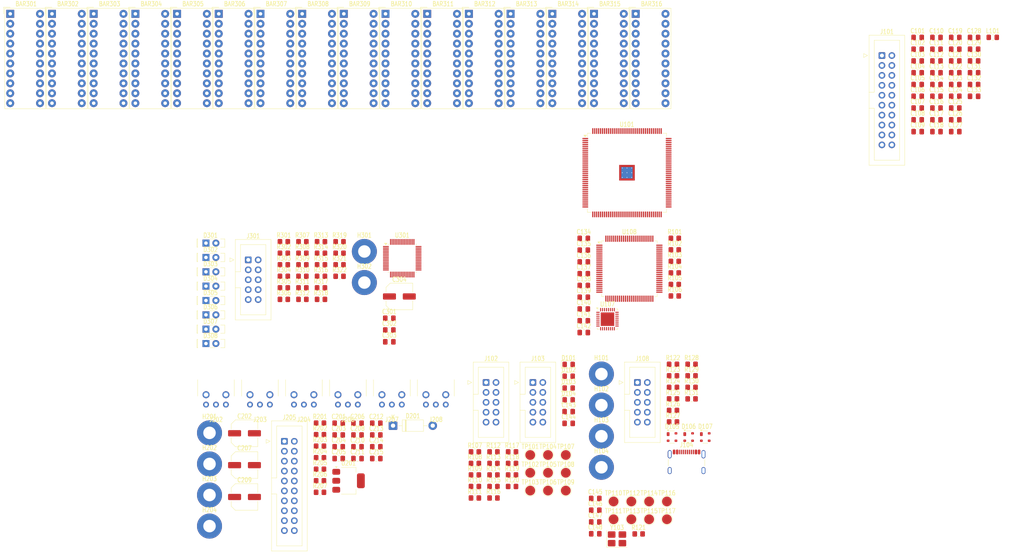
<source format=kicad_pcb>
(kicad_pcb (version 20241229) (generator "pcbnew") (generator_version "9.0")
  (layers (0 "F.Cu" signal) (2 "B.Cu" signal) (13 "F.Paste" user) (15 "B.Paste" user) (5 "F.SilkS" user "F.Silkscreen") (7 "B.SilkS" user "B.Silkscreen") (1 "F.Mask" user) (3 "B.Mask" user) (25 "Edge.Cuts" user))
  (net 0 "")
  (net 1 "/Display board/COM0")
  (net 2 "/Display board/LED6")
  (net 3 "/Display board/LED9")
  (net 4 "/Display board/LED1")
  (net 5 "/Display board/LED0")
  (net 6 "/Display board/LED5")
  (net 7 "/Display board/LED7")
  (net 8 "/Display board/LED8")
  (net 9 "/Display board/LED2")
  (net 10 "/Display board/LED4")
  (net 11 "/Display board/LED3")
  (net 12 "/Display board/COM1")
  (net 13 "/Display board/COM2")
  (net 14 "/Display board/COM3")
  (net 15 "/Display board/COM4")
  (net 16 "/Display board/COM5")
  (net 17 "/Display board/COM6")
  (net 18 "/Display board/COM7")
  (net 19 "/Display board/LED14")
  (net 20 "/Display board/LED15")
  (net 21 "/Display board/LED13")
  (net 22 "/Display board/LED16")
  (net 23 "/Display board/LED19")
  (net 24 "/Display board/LED11")
  (net 25 "/Display board/LED18")
  (net 26 "/Display board/LED17")
  (net 27 "/Display board/LED10")
  (net 28 "/Display board/LED12")
  (net 29 "+3.3V")
  (net 30 "GND")
  (net 31 "Net-(U101A-VCCA1)")
  (net 32 "MCU_RESET")
  (net 33 "Net-(C139-Pad1)")
  (net 34 "Net-(U107-VDDA1.8)")
  (net 35 "Net-(U108-VCAP_1)")
  (net 36 "Net-(U108-VCAP_2)")
  (net 37 "MCU_XTAL2")
  (net 38 "MCU_XTAL1")
  (net 39 "/FPGA and clock generators/CLK_48000")
  (net 40 "Net-(C147-Pad1)")
  (net 41 "Net-(C148-Pad1)")
  (net 42 "+5V_IO")
  (net 43 "/IO board/SMPS_FEEDBACK")
  (net 44 "GND_IO")
  (net 45 "+12V_IO")
  (net 46 "Net-(U202-SW)")
  (net 47 "Net-(U202-BST)")
  (net 48 "+3.3V_IO")
  (net 49 "Net-(C301-Pad1)")
  (net 50 "DISPLAY_GND")
  (net 51 "Net-(D101-A)")
  (net 52 "Net-(D102-A)")
  (net 53 "Net-(D103-A)")
  (net 54 "Net-(D104-A)")
  (net 55 "USB_D+")
  (net 56 "USB_VBUS")
  (net 57 "USB_D-")
  (net 58 "/IO main/WORD_CLK_2_75_OHM")
  (net 59 "/IO main/WORD_CLK_1_75_OHM")
  (net 60 "+5V")
  (net 61 "/IO main/WORD_CLK_4_75_OHM")
  (net 62 "/IO main/WORD_CLK_3_75_OHM")
  (net 63 "Net-(D201-A)")
  (net 64 "/Display board/LED20")
  (net 65 "/Display board/LED21")
  (net 66 "ADAT_IN2")
  (net 67 "ADAT_OUT2")
  (net 68 "ADAT_THRU2")
  (net 69 "ADAT_THRU1")
  (net 70 "ADAT_IN1")
  (net 71 "+12V")
  (net 72 "ADAT_OUT1")
  (net 74 "I2C_SCL")
  (net 75 "I2C_SDA")
  (net 77 "SW_LOOPBACK")
  (net 78 "SW_SAMPLERATE")
  (net 79 "Net-(J104-CC2)")
  (net 80 "Net-(J104-CC1)")
  (net 83 "FPGA_TMS")
  (net 84 "FPGA_TCK")
  (net 85 "FPGA_TDI")
  (net 87 "FPGA_TDO")
  (net 88 "/IO board/IO_ADAT_IN1")
  (net 89 "Net-(J202-VCC)")
  (net 90 "/IO board/IO_ADAT_OUT1")
  (net 91 "/IO board/IO_ADAT_THRU1")
  (net 92 "Net-(J206-VCC)")
  (net 93 "/IO board/IO_ADAT_IN2")
  (net 94 "/IO board/IO_ADAT_OUT2")
  (net 95 "/IO board/IO_ADAT_THRU2")
  (net 96 "Net-(J301-SDA)")
  (net 97 "Net-(J301-A1)")
  (net 98 "Net-(J301-A0)")
  (net 99 "/Display board/SW_LB")
  (net 100 "Net-(J301-SCL)")
  (net 101 "/Display board/SW_SR")
  (net 102 "Net-(U107-VBUS)")
  (net 103 "Net-(U107-RBIAS)")
  (net 104 "I2S_CH1-8_MISO")
  (net 105 "Net-(U108-PB14)")
  (net 106 "Net-(U108-PB15)")
  (net 107 "I2S_CH1-8_MOSI")
  (net 108 "I2S_CH9-16_MISO")
  (net 109 "Net-(U108-PC11)")
  (net 110 "I2S_CH9-16_MOSI")
  (net 111 "Net-(U108-PC12)")
  (net 112 "Net-(U101B-nCONFIG)")
  (net 113 "FPGA_CONF_DONE")
  (net 114 "FPGA_STATUS")
  (net 115 "Net-(U101B-CONFIG_SEL)")
  (net 116 "FPGA_JTAGEN")
  (net 117 "MCU_DEBUG0")
  (net 118 "MCU_DEBUG1")
  (net 119 "MCU_DEBUG2")
  (net 120 "MCU_DEBUG3")
  (net 121 "Net-(R122-Pad1)")
  (net 122 "Net-(R125-Pad1)")
  (net 123 "Net-(R126-Pad1)")
  (net 124 "Net-(R127-Pad1)")
  (net 125 "Net-(R128-Pad1)")
  (net 126 "Net-(R129-Pad1)")
  (net 127 "Net-(R130-Pad1)")
  (net 128 "Net-(R131-Pad1)")
  (net 129 "Net-(U202-EN)")
  (net 130 "Net-(U301-ROW0)")
  (net 131 "Net-(U301-ROW1)")
  (net 132 "Net-(U301-ROW2)")
  (net 133 "Net-(U301-ROW3)")
  (net 134 "Net-(U301-ROW4)")
  (net 135 "Net-(U301-ROW5)")
  (net 136 "Net-(U301-ROW6)")
  (net 137 "Net-(U301-ROW7)")
  (net 138 "Net-(U301-ROW8)")
  (net 139 "Net-(U301-ROW9)")
  (net 140 "Net-(U301-ROW10)")
  (net 141 "Net-(U301-ROW11)")
  (net 142 "Net-(U301-ROW12)")
  (net 143 "Net-(U301-ROW13)")
  (net 144 "Net-(U301-ROW14)")
  (net 145 "Net-(U301-ROW15)")
  (net 146 "Net-(U301-ROW16)")
  (net 147 "Net-(U301-ROW17)")
  (net 148 "Net-(U301-ROW18)")
  (net 149 "Net-(U301-ROW19)")
  (net 150 "Net-(U301-ROW20)")
  (net 151 "Net-(U301-ROW21)")
  (net 152 "GPIO_MCU_READY")
  (net 153 "GPIO_F_{s}_SEL")
  (net 154 "GPIO_PLL_LOCKED")
  (net 155 "GPIO_I2S_RESYNC_REQ")
  (net 156 "GPIO_I2S_RUNNING")
  (net 157 "GPIO_ADAT1_LOCKED")
  (net 158 "GPIO_ADAT2_LOCKED")
  (net 159 "/FPGA and clock generators/DEBUG0")
  (net 160 "/FPGA and clock generators/DEBUG1")
  (net 161 "/FPGA and clock generators/DEBUG2")
  (net 162 "/FPGA and clock generators/DEBUG3")
  (net 163 "/FPGA and clock generators/DEBUG4")
  (net 164 "/FPGA and clock generators/DEBUG5")
  (net 165 "/FPGA and clock generators/DEBUG6")
  (net 166 "/FPGA and clock generators/DEBUG7")
  (net 167 "ADAT_IN2_USER2")
  (net 169 "I2S_CH9-16_LRCLK")
  (net 170 "ADAT_OUT2_USER3")
  (net 176 "I2S_CH1-8_LRCLK")
  (net 177 "ADAT_OUT1_USER2")
  (net 178 "ADAT_IN1_USER1")
  (net 180 "ADAT_IN2_USER0")
  (net 183 "/FPGA and clock generators/CLK_44100")
  (net 184 "ADAT_IN1_USER0")
  (net 185 "ADAT_OUT1_USER0")
  (net 189 "ADAT_IN2_USER1")
  (net 190 "ADAT_OUT2_USER0")
  (net 192 "WORD_CLK")
  (net 195 "ADAT_IN2_USER3")
  (net 200 "GPIO_LOOPBACK")
  (net 203 "ADAT_OUT1_USER3")
  (net 204 "I2S_CH9-16_BCLK")
  (net 211 "ADAT_IN1_USER3")
  (net 213 "ADAT_OUT2_USER1")
  (net 216 "ADAT_OUT1_USER1")
  (net 217 "I2S_CH1-8_BCLK")
  (net 221 "I2S_MCLK")
  (net 222 "ADAT_OUT2_USER2")
  (net 229 "ADAT_IN1_USER2")
  (net 232 "/MCU and USB/ULPI_DIR")
  (net 233 "/MCU and USB/ULPI_D2")
  (net 234 "/MCU and USB/ULPI_D6")
  (net 235 "/MCU and USB/ULPI_D5")
  (net 236 "/MCU and USB/ULPI_D0")
  (net 237 "/MCU and USB/ULPI_STP")
  (net 240 "/MCU and USB/ULPI_D7")
  (net 241 "/MCU and USB/ULPI_D1")
  (net 242 "/MCU and USB/ULPI_CLK")
  (net 243 "/MCU and USB/ULPI_NXT")
  (net 245 "/MCU and USB/MCO1")
  (net 246 "/MCU and USB/ULPI_D3")
  (net 247 "/MCU and USB/ULPI_D4")
  (net 253 "SWD_SWO")
  (net 258 "SWD_SWCLK")
  (net 269 "SWD_SWDIO")
  (footprint "Capacitor_SMD:C_0805_2012Metric_Pad1.18x1.45mm_HandSolder" (layer "F.Cu") (at 253.731 38.916)
    (property "Reference" "C114")
    (property "Value" "100n")
  )
  (footprint "Resistor_SMD:R_0805_2012Metric_Pad1.20x1.40mm_HandSolder" (layer "F.Cu") (at 96.27 79.123)
    (property "Reference" "R313")
    (property "Value" "270")
  )
  (footprint "Resistor_SMD:R_0805_2012Metric_Pad1.20x1.40mm_HandSolder" (layer "F.Cu") (at 140.4 144.693)
    (property "Reference" "R116")
    (property "Value" "10k")
  )
  (footprint "Resistor_SMD:R_0805_2012Metric_Pad1.20x1.40mm_HandSolder" (layer "F.Cu") (at 96.27 87.973)
    (property "Reference" "R316")
    (property "Value" "270")
  )
  (footprint "Display:HDSP-4832" (layer "F.Cu") (at 102.108 20.828)
    (property "Reference" "BAR309")
    (property "Value" "HDSP-4832_2")
  )
  (footprint "MountingHole:MountingHole_3.2mm_M3_Pad" (layer "F.Cu") (at 107.37 89.573)
    (property "Reference" "H302")
    (property "Value" "M3")
  )
  (footprint "Resistor_SMD:R_0805_2012Metric_Pad1.20x1.40mm_HandSolder" (layer "F.Cu") (at 140.4 138.793)
    (property "Reference" "R114")
    (property "Value" "5.1k")
  )
  (footprint "adatv2:PLx237" (layer "F.Cu") (at 125.65 116.533)
    (property "Reference" "J208")
    (property "Value" "PLT237")
  )
  (footprint "Capacitor_SMD:C_0805_2012Metric_Pad1.18x1.45mm_HandSolder" (layer "F.Cu") (at 248.921 50.956)
    (property "Reference" "C109")
    (property "Value" "100n")
  )
  (footprint "Resistor_SMD:R_0805_2012Metric_Pad1.20x1.40mm_HandSolder" (layer "F.Cu") (at 177.54 153.883)
    (property "Reference" "R121")
    (property "Value" "1M")
  )
  (footprint "Capacitor_SMD:C_0805_2012Metric_Pad1.18x1.45mm_HandSolder" (layer "F.Cu") (at 159.63 122.593)
    (property "Reference" "C143")
    (property "Value" "C_{load}")
  )
  (footprint "Capacitor_SMD:C_0805_2012Metric_Pad1.18x1.45mm_HandSolder" (layer "F.Cu") (at 248.921 29.886)
    (property "Reference" "C102")
    (property "Value" "100n")
  )
  (footprint "Capacitor_SMD:C_0805_2012Metric_Pad1.18x1.45mm_HandSolder" (layer "F.Cu") (at 263.351 35.906)
    (property "Reference" "C131")
    (property "Value" "100n")
  )
  (footprint "Package_TO_SOT_SMD:SOT-223-3_TabPin2" (layer "F.Cu") (at 103.32 140.288)
    (property "Reference" "U201")
    (property "Value" "AMS1117-3.3")
  )
  (footprint "Capacitor_SMD:C_0805_2012Metric_Pad1.18x1.45mm_HandSolder" (layer "F.Cu") (at 253.731 47.946)
    (property "Reference" "C117")
    (property "Value" "100n")
  )
  (footprint "Resistor_SMD:R_0805_2012Metric_Pad1.20x1.40mm_HandSolder" (layer "F.Cu") (at 86.77 93.873)
    (property "Reference" "R306")
    (property "Value" "270")
  )
  (footprint "Resistor_SMD:R_0805_2012Metric_Pad1.20x1.40mm_HandSolder" (layer "F.Cu") (at 91.52 87.973)
    (property "Reference" "R310")
    (property "Value" "270")
  )
  (footprint "Resistor_SMD:R_0805_2012Metric_Pad1.20x1.40mm_HandSolder" (layer "F.Cu") (at 140.4 132.893)
    (property "Reference" "R112")
    (property "Value" "10k")
  )
  (footprint "TestPoint:TestPoint_Pad_D2.5mm" (layer "F.Cu") (at 175.67 150.133)
    (property "Reference" "TP113")
    (property "Value" "DEBUG3")
  )
  (footprint "Resistor_SMD:R_0805_2012Metric_Pad1.20x1.40mm_HandSolder" (layer "F.Cu") (at 140.4 141.743)
    (property "Reference" "R115")
    (property "Value" "5.1k")
  )
  (footprint "Connector_IDC:IDC-Header_2x05_P2.54mm_Vertical" (layer "F.Cu") (at 150.48 115.133)
    (property "Reference" "J103")
    (property "Value" "TO_DISP_OUTPUT")
  )
  (footprint "Display:HDSP-4832" (layer "F.Cu") (at 123.444 20.828)
    (property "Reference" "BAR311")
    (property "Value" "HDSP-4832_2")
  )
  (footprint "Capacitor_SMD:C_0805_2012Metric_Pad1.18x1.45mm_HandSolder" (layer "F.Cu") (at 253.731 50.956)
    (property "Reference" "C118")
    (property "Value" "100n")
  )
  (footprint "Connector_IDC:IDC-Header_2x10_P2.54mm_Vertical" (layer "F.Cu") (at 239.776 31.496)
    (property "Reference" "J101")
    (property "Value" "TO_IO")
  )
  (footprint "adatv2:PLx237" (layer "F.Cu") (at 69.4 116.533)
    (property "Reference" "J202")
    (property "Value" "PLR237")
  )
  (footprint "Connector_IDC:IDC-Header_2x05_P2.54mm_Vertical" (layer "F.Cu") (at 138.505 115.133)
    (property "Reference" "J102")
    (property "Value" "TO_DISP_INPUT")
  )
  (footprint "Resistor_SMD:R_0805_2012Metric_Pad1.20x1.40mm_HandSolder" (layer "F.Cu") (at 91.52 85.023)
    (property "Reference" "R309")
    (property "Value" "270")
  )
  (footprint "LED_SMD:LED_0805_2012Metric_Pad1.15x1.40mm_HandSolder" (layer "F.Cu") (at 159.635 113.538)
    (property "Reference" "D102")
    (property "Value" "RED")
  )
  (footprint "Display:HDSP-4832" (layer "F.Cu") (at 16.764 20.828)
    (property "Reference" "BAR301")
    (property "Value" "HDSP-4832_2")
  )
  (footprint "TestPoint:TestPoint_Pad_D2.5mm" (layer "F.Cu") (at 184.77 145.583)
    (property "Reference" "TP116")
    (property "Value" "DEBUG6")
  )
  (footprint "Display:HDSP-4832" (layer "F.Cu") (at 70.119 20.828)
    (property "Reference" "BAR306")
    (property "Value" "HDSP-4832_2")
  )
  (footprint "Capacitor_SMD:C_0805_2012Metric_Pad1.18x1.45mm_HandSolder" (layer "F.Cu") (at 263.351 32.896)
    (property "Reference" "C130")
    (property "Value" "100n")
  )
  (footprint "Capacitor_SMD:C_0805_2012Metric_Pad1.18x1.45mm_HandSolder" (layer "F.Cu") (at 263.351 26.876)
    (property "Reference" "C128")
    (property "Value" "10u")
  )
  (footprint "Capacitor_SMD:C_0805_2012Metric_Pad1.18x1.45mm_HandSolder" (layer "F.Cu") (at 253.731 41.926)
    (property "Reference" "C115")
    (property "Value" "100n")
  )
  (footprint "Capacitor_SMD:C_0805_2012Metric_Pad1.18x1.45mm_HandSolder" (layer "F.Cu") (at 163.5 78.283)
    (property "Reference" "C134")
    (property "Value" "100n")
  )
  (footprint "Resistor_SMD:R_0805_2012Metric_Pad1.20x1.40mm_HandSolder" (layer "F.Cu") (at 96.02 140.283)
    (property "Reference" "R206")
    (property "Value" "10k")
  )
  (footprint "Resistor_SMD:R_0805_2012Metric_Pad1.20x1.40mm_HandSolder" (layer "F.Cu") (at 135.65 135.843)
    (property "Reference" "R108")
    (property "Value" "10k")
  )
  (footprint "Resistor_SMD:R_0805_2012Metric_Pad1.20x1.40mm_HandSolder" (layer "F.Cu") (at 191.08 116.383)
    (property "Reference" "R130")
    (property "Value" "150")
  )
  (footprint "Resistor_SMD:R_0805_2012Metric_Pad1.20x1.40mm_HandSolder" (layer "F.Cu") (at 186.79 78.253)
    (property "Reference" "R101")
    (property "Value" "1k")
  )
  (footprint "Capacitor_SMD:C_0805_2012Metric_Pad1.18x1.45mm_HandSolder" (layer "F.Cu") (at 163.5 84.303)
    (property "Reference" "C136")
    (property "Value" "100n")
  )
  (footprint "Capacitor_SMD:C_0805_2012Metric_Pad1.18x1.45mm_HandSolder" (layer "F.Cu") (at 100.8 125.563)
    (property "Reference" "C201")
    (property "Value" "10p")
  )
  (footprint "Connector_IDC:IDC-Header_2x10_P2.54mm_Vertical" (layer "F.Cu") (at 86.905 130.183)
    (property "Reference" "J205")
    (property "Value" "TO_MAIN")
  )
  (footprint "Capacitor_SMD:C_0805_2012Metric_Pad1.18x1.45mm_HandSolder" (layer "F.Cu") (at 105.61 128.573)
    (property "Reference" "C208")
    (property "Value" "10u")
  )
  (footprint "Resistor_SMD:R_0805_2012Metric_Pad1.20x1.40mm_HandSolder" (layer "F.Cu") (at 135.65 141.743)
    (property "Reference" "R110")
    (property "Value" "10k")
  )
  (footprint "TestPoint:TestPoint_Pad_D2.5mm" (layer "F.Cu") (at 158.9 138.243)
    (property "Reference" "TP108")
    (property "Value" "GPIO_ADAT1_LOCKED")
  )
  (footprint "Resistor_SMD:R_0805_2012Metric_Pad1.20x1.40mm_HandSolder" (layer "F.Cu") (at 91.52 79.123)
    (property "Reference" "R307")
    (property "Value" "270")
  )
  (footprint "Resistor_SMD:R_0805_2012Metric_Pad1.20x1.40mm_HandSolder" (layer "F.Cu") (at 96.27 90.923)
    (property "Reference" "R317")
    (property "Value" "270")
  )
  (footprint "TestPoint:TestPoint_Pad_D2.5mm" (layer "F.Cu") (at 180.22 145.583)
    (property "Reference" "TP114")
    (property "Value" "DEBUG4")
  )
  (footprint "Capacitor_SMD:C_0805_2012Metric_Pad1.18x1.45mm_HandSolder" (layer "F.Cu") (at 253.731 44.936)
    (property "Reference" "C116")
    (property "Value" "4.7u")
  )
  (footprint "adatv2:LED_THT_W7.0mm_H2.00mm" (layer "F.Cu") (at 68 105.183)
    (property "Reference" "D308")
    (property "Value" "GREEN")
  )
  (footprint "Resistor_SMD:R_0805_2012Metric_Pad1.20x1.40mm_HandSolder" (layer "F.Cu") (at 86.77 79.123)
    (property "Reference" "R301")
    (property "Value" "330")
  )
  (footprint "Package_QFP:LQFP-100_14x14mm_P0.5mm" (layer "F.Cu") (at 175.16 86.033)
    (property "Reference" "U108")
    (property "Value" "STM32F427VGTx")
  )
  (footprint "LED_SMD:LED_0805_2012Metric_Pad1.15x1.40mm_HandSolder" (layer "F.Cu") (at 159.635 110.518)
    (property "Reference" "D101")
    (property "Value" "RED")
  )
  (footprint "Package_TO_SOT_SMD:SOT-143" (layer "F.Cu") (at 190.33 129.098)
    (property "Reference" "D106")
    (property "Value" "PRTR5V0U2X")
  )
  (footprint "Resistor_SMD:R_0805_2012Metric_Pad1.20x1.40mm_HandSolder" (layer "F.Cu") (at 135.65 138.793)
    (property "Reference" "R109")
    (property "Value" "10k")
  )
  (footprint "Resistor_SMD:R_0805_2012Metric_Pad1.20x1.40mm_HandSolder" (layer "F.Cu") (at 186.33 125.233)
    (property "Reference" "R127")
    (property "Value" "150")
  )
  (footprint "Resistor_SMD:R_0805_2012Metric_Pad1.20x1.40mm_HandSolder" (layer "F.Cu") (at 186.33 122.283)
    (property "Reference" "R126")
    (property "Value" "150")
  )
  (footprint "Capacitor_SMD:C_0805_2012Metric_Pad1.18x1.45mm_HandSolder" (layer "F.Cu") (at 163.5 87.313)
    (property "Reference" "C137")
    (property "Value" "100n")
  )
  (footprint "Resistor_SMD:R_0805_2012Metric_Pad1.20x1.40mm_HandSolder" (layer "F.Cu") (at 186.79 84.153)
    (property "Reference" "R103")
    (property "Value" "1k")
  )
  (footprint "MountingHole:MountingHole_3.2mm_M3_Pad" (layer "F.Cu") (at 67.75 151.883)
    (property "Reference" "H204")
    (property "Value" "M3")
  )
  (footprint "LED_SMD:LED_0805_2012Metric_Pad1.15x1.40mm_HandSolder" (layer "F.Cu") (at 159.635 119.578)
    (property "Reference" "D104")
    (property "Value" "RED")
  )
  (footprint "TestPoint:TestPoint_Pad_D2.5mm" (layer "F.Cu") (at 158.9 142.793)
    (property "Reference" "TP109")
    (property "Value" "GPIO_ADAT2_LOCKED")
  )
  (footprint "MountingHole:MountingHole_3.2mm_M3_Pad" (layer "F.Cu") (at 168.01 128.883)
    (property "Reference" "H103")
    (property "Value" "M3")
  )
  (footprint "Display:HDSP-4832" (layer "F.Cu") (at 48.783 20.828)
    (property "Reference" "BAR304")
    (property "Value" "HDSP-4832_2")
  )
  (footprint "Capacitor_SMD:C_0805_2012Metric_Pad1.18x1.45mm_HandSolder" (layer "F.Cu") (at 105.61 134.593)
    (property "Reference" "C211")
    (property "Value" "100n")
  )
  (footprint "Display:HDSP-4832" (layer "F.Cu") (at 38.115 20.828)
    (property "Reference" "BAR303")
    (property "Value" "HDSP-4832_2")
  )
  (footprint "Display:HDSP-4832" (layer "F.Cu") (at 134.112 20.828)
    (property "Reference" "BAR312")
    (property "Value" "HDSP-4832_2")
  )
  (footprint "MountingHole:MountingHole_3.2mm_M3_Pad" (layer "F.Cu") (at 107.37 81.623)
    (property "Reference" "H301")
    (property "Value" "M3")
  )
  (footprint "Resistor_SMD:R_0805_2012Metric_Pad1.20x1.40mm_HandSolder" (layer "F.Cu") (at 186.33 116.383)
    (property "Reference" "R124")
    (property "Value" "5.1k")
  )
  (footprint "Resistor_SMD:R_0805_2012Metric_Pad1.20x1.40mm_HandSolder" (layer "F.Cu") (at 91.52 82.073)
    (property "Reference" "R308")
    (property "Value" "270")
  )
  (footprint "adatv2:LED_THT_W7.0mm_H2.00mm" (layer "F.Cu") (at 68 94.173)
    (property "Reference" "D305")
    (property "Value" "GREEN")
  )
  (footprint "Capacitor_SMD:C_0805_2012Metric_Pad1.18x1.45mm_HandSolder" (layer "F.Cu") (at 163.5 81.293)
    (property "Reference" "C135")
    (property "Value" "100n")
  )
  (footprint "MountingHole:MountingHole_3.2mm_M3_Pad" (layer "F.Cu") (at 67.75 128.033)
    (property "Reference" "H201")
    (property "Value" "M3")
  )
  (footprint "Capacitor_SMD:C_0805_2012Metric_Pad1.18x1.45mm_HandSolder" (layer "F.Cu") (at 163.5 93.333)
    (property "Reference" "C139")
    (property "Value" "4.7u")
  )
  (footprint "Connector_IDC:IDC-Header_2x05_P2.54mm_Vertical" (layer "F.Cu") (at 177.215 115.133)
    (property "Reference" "J108")
    (property "Value" "FPGA_JTAG")
  )
  (footprint "Resistor_SMD:R_0805_2012Metric_Pad1.20x1.40mm_HandSolder" (layer "F.Cu") (at 86.77 82.073)
    (property "Reference" "R302")
    (property "Value" "330")
  )
  (footprint "Capacitor_SMD:C_0805_2012Metric_Pad1.18x1.45mm_HandSolder" (layer "F.Cu") (at 110.42 131.583)
    (property "Reference" "C214")
    (property "Value" "100n")
  )
  (footprint "Resistor_SMD:R_0805_2012Metric_Pad1.20x1.40mm_HandSolder" (layer "F.Cu") (at 145.15 132.893)
    (property "Reference" "R117")
    (property "Value" "1k")
  )
  (footprint "Capacitor_SMD:C_0805_2012Metric_Pad1.18x1.45mm_HandSolder" (layer "F.Cu") (at 253.731 29.886)
    (property "Reference" "C111")
    (property "Value" "100n")
  )
  (footprint "Resistor_SMD:R_0805_2012Metric_Pad1.20x1.40mm_HandSolder" (layer "F.Cu") (at 186.33 113.433)
    (property "Reference" "R123")
    (property "Value" "5.1k")
  )
  (footprint "Resistor_SMD:R_0805_2012Metric_Pad1.20x1.40mm_HandSolder" (layer "F.Cu") (at 96.27 85.023)
    (property "Reference" "R315")
    (property "Value" "270")
  )
  (footprint "Resistor_SMD:R_0805_2012Metric_Pad1.20x1.40mm_HandSolder" (layer "F.Cu") (at 135.65 144.693)
    (property "Reference" "R111")
    (property "Value" "10k")
  )
  (footprint "Capacitor_SMD:C_0805_2012Metric_Pad1.18x1.45mm_HandSolder" (layer "F.Cu") (at 258.541 38.916)
    (property "Reference" "C123")
    (property "Value" "100n")
  )
  (footprint "Package_DFN_QFN:QFN-32-1EP_5x5mm_P0.5mm_EP3.45x3.45mm" (layer "F.Cu") (at 169.56 98.943)
    (property "Reference" "U107")
    (property "Value" "USB3300-EZK")
  )
  (footprint "MountingHole:MountingHole_3.2mm_M3_Pad" (layer "F.Cu") (at 67.75 135.983)
    (property "Reference" "H202")
    (property "Value" "M3")
  )
  (footprint "Resistor_SMD:R_0805_2012Metric_Pad1.20x1.40mm_HandSolder" (layer "F.Cu") (at 96.02 125.533)
    (property "Reference" "R201")
    (property "Value" "100k")
  )
  (footprint "Capacitor_SMD:C_0805_2012Metric_Pad1.18x1.45mm_HandSolder" (layer "F.Cu") (at 163.5 102.363)
    (property "Reference" "C142")
    (property "Value" "2.2u")
  )
  (footprint "Resistor_SMD:R_0805_2012Metric_Pad1.20x1.40mm_HandSolder" (layer "F.Cu") (at 96.02 131.433)
    (property "Reference" "R203")
    (property "Value" "1.5k")
  )
  (footprint "Capacitor_SMD:C_0805_2012Metric_Pad1.18x1.45mm_HandSolder" (layer "F.Cu") (at 248.921 35.906)
    (property "Reference" "C104")
    (property "Value" "100n")
  )
  (footprint "Resistor_SMD:R_0805_2012Metric_Pad1.20x1.40mm_HandSolder" (layer "F.Cu") (at 191.08 119.333)
    (property "Reference" "R131")
    (property "Value" "150")
  )
  (footprint "Display:HDSP-4832" (layer "F.Cu") (at 27.447 20.828)
    (property "Reference" "BAR302")
    (property "Value" "HDSP-4832_2")
  )
  (footprint "Capacitor_SMD:C_0805_2012Metric_Pad1.18x1.45mm_HandSolder" (layer "F.Cu") (at 258.541 50.956)
    (property "Reference" "C127")
    (property "Value" "1u")
  )
  (footprint "Resistor_SMD:R_0805_2012Metric_Pad1.20x1.40mm_HandSolder" (layer "F.Cu") (at 140.4 135.843)
    (property "Reference" "R113")
    (property "Value" "10k")
  )
  (footprint "adatv2:PLx237" (layer "F.Cu") (at 91.9 116.533)
    (property "Reference" "J204")
    (property "Value" "PLT237")
  )
  (footprint "Resistor_SMD:R_0805_2012Metric_Pad1.20x1.40mm_HandSolder" (layer "F.Cu") (at 96.02 128.483)
    (property "Reference" "R202")
    (property "Value" "11k")
  )
  (footprint "adatv2:PLx237" (layer "F.Cu") (at 80.65 116.533)
    (property "Reference" "J203")
    (property "Value" "PLT237")
  )
  (footprint "adatv2:LED_THT_W7.0mm_H2.00mm" (layer "F.Cu") (at 68 86.833)
    (property "Reference" "D303")
    (property "Value" "GREEN")
  )
  (footprint "TestPoint:TestPoint_Pad_D2.5mm" (layer "F.Cu") (at 158.9 133.693)
    (property "Reference" "TP107")
    (property "Value" "GPIO_I2S_RUNNING")
  )
  (footprint "Capacitor_SMD:C_Elec_6.3x5.4" (layer "F.Cu") (at 76.7 128.133)
    (property "Reference" "C202")
    (property "Value" "100u")
  )
  (footprint "TestPoint:TestPoint_Pad_D2.5mm" (layer "F.Cu") (at 171.12 145.583)
    (property "Reference" "TP110")
    (property "Value" "DEBUG0")
  )
  (footprint "Display:HDSP-4832" (layer "F.Cu") (at 155.448 20.828)
    (property "Reference" "BAR314")
    (property "Value" "HDSP-4832_2")
  )
  (footprint "adatv2:PLx237" (layer "F.Cu") (at 103.15 116.533)
    (property "Reference" "J206")
    (property "Value" "PLR237")
  )
  (footprint "Resistor_SMD:R_0805_2012Metric_Pad1.20x1.40mm_HandSolder" (layer "F.Cu") (at 186.33 110.483)
    (property "Reference" "R122")
    (property "Value" "150")
  )
  (footprint "Resistor_SMD:R_0805_2012Metric_Pad1.20x1.40mm_HandSolder" (layer "F.Cu") (at 191.08 113.433)
    (property "Reference" "R129")
    (property "Value" "150")
  )
  (footprint "Capacitor_SMD:C_0805_2012Metric_Pad1.18x1.45mm_HandSolder" (layer "F.Cu") (at 248.921 32.896)
    (property "Reference" "C103")
    (property "Value" "100n")
  )
  (footprint "Resistor_SMD:R_0805_2012Metric_Pad1.20x1.40mm_HandSolder" (layer "F.Cu") (at 101.02 82.073)
    (property "Reference" "R320")
    (property "Value" "270")
  )
  (footprint "Capacitor_SMD:C_0805_2012Metric_Pad1.18x1.45mm_HandSolder" (layer "F.Cu") (at 248.921 26.876)
    (property "Reference" "C101")
    (property "Value" "100n")
  )
  (footprint "Capacitor_SMD:C_0805_2012Metric_Pad1.18x1.45mm_HandSolder" (layer "F.Cu") (at 113.75 98.713)
    (property "Reference" "C301")
    (property "Value" "100n")
  )
  (footprint "Display:HDSP-4832" (layer "F.Cu") (at 144.78 20.828)
    (property "Reference" "BAR313")
    (property "Value" "HDSP-4832_2")
  )
  (footprint "Capacitor_SMD:C_0805_2012Metric_Pad1.18x1.45mm_HandSolder" (layer "F.Cu") (at 113.75 104.733)
    (property "Reference" "C303")
    (property "Value" "100n")
  )
  (footprint "Display:HDSP-4832" (layer "F.Cu") (at 80.787 20.828)
    (property "Reference" "BAR307")
    (property "Value" "HDSP-4832_2")
  )
  (footprint "Resistor_SMD:R_0805_2012Metric_Pad1.20x1.40mm_HandSolder" (layer "F.Cu") (at 96.02 143.233)
    (property "Reference" "R207")
    (property "Value" "10k")
  )
  (footprint "Capacitor_SMD:C_0805_2012Metric_Pad1.18x1.45mm_HandSolder" (layer "F.Cu") (at 110.42 125.563)
    (property "Reference" "C212")
    (property "Value" "100n")
  )
  (footprint "Capacitor_SMD:C_0805_2012Metric_Pad1.18x1.45mm_HandSolder" (layer "F.Cu") (at 248.921 41.926)
    (property "Reference" "C106")
    (property "Value" "100n")
  )
  (footprint "TestPoint:TestPoint_Pad_D2.5mm" (layer "F.Cu") (at 154.35 133.693)
    (property "Reference" "TP104")
    (property "Value" "GPIO_F_{s}_SEL")
  )
  (footprint "TestPoint:TestPoint_Pad_D2.5mm" (layer "F.Cu") (at 171.12 150.133)
    (property "Reference" "TP111")
    (property "Value" "DEBUG1")
  )
  (footprint "Capacitor_SMD:C_0805_2012Metric_Pad1.18x1.45mm_HandSolder" (layer "F.Cu") (at 163.5 99.353)
    (property "Reference" "C141")
    (property "Value" "2.2u")
  )
  (footprint "Package_QFP:EQFP-144-1EP_20x20mm_P0.5mm_EP4x4mm_ThermalVias" (layer "F.Cu") (at 174.55 61.4735)
    (property "Reference" "U101")
    (property "Value" "10M02SCE144")
  )
  (footprint "Resistor_SMD:R_0805_2012Metric_Pad1.20x1.40mm_HandSolder" (layer "F.Cu") (at 86.77 90.923)
    (property "Reference" "R305")
    (property "Value" "270")
  )
  (footprint "Resistor_SMD:R_0805_2012Metric_Pad1.20x1.40mm_HandSolder" (layer "F.Cu") (at 91.52 93.873)
    (property "Reference" "R312")
    (property "Value" "330")
  )
  (footprint "Capacitor_SMD:C_0805_2012Metric_Pad1.18x1.45mm_HandSolder" (layer "F.Cu") (at 166.44 144.813)
    (property "Reference" "C145")
    (property "Value" "100n")
  )
  (footprint "Connector_USB:USB_C_Receptacle_GCT_USB4105-xx-A_16P_TopMnt_Horizontal" (layer "F.Cu") (at 189.8 136.603)
    (property "Reference" "J104")
    (property "Value" "USB_C_Receptacle_USB2.0_14P")
  )
  (footprint "Resistor_SMD:R_0805_2012Metric_Pad1.20x1.40mm_HandSolder" (layer "F.Cu") (at 191.08 110.483)
    (property "Reference" "R128")
    (property "Value" "150")
  )
  (footprint "Capacitor_SMD:C_0805_2012Metric_Pad1.18x1.45mm_HandSolder" (layer "F.Cu") (at 258.541 35.906)
    (property "Reference" "C122")
    (property "Value" "100n")
  )
  (footprint "Capacitor_SMD:C_0805_2012Metric_Pad1.18x1.45mm_HandSolder" (layer "F.Cu") (at 253.731 26.876)
    (property "Reference" "C110")
    (property "Value" "100n")
  )
  (footprint "Resistor_SMD:R_0805_2012Metric_Pad1.20x1.40mm_HandSolder" (layer "F.Cu") (at 96.27 82.073)
    (property "Reference" "R314")
    (property "Value" "270")
  )
  (footprint "Resistor_SMD:R_0805_2012Metric_Pad1.20x1.40mm_HandSolder" (layer "F.Cu") (at 186.79 87.103)
    (property "Reference" "R104")
    (property "Value" "1k")
  )
  (footprint "Resistor_SMD:R_0805_2012Metric_Pad1.20x1.40mm_HandSolder" (layer "F.Cu") (at 96.02 137.333)
    (property "Reference" "R205")
    (property "Value" "10k")
  )
  (footprint "Resistor_SMD:R_0805_2012Metric_Pad1.20x1.40mm_HandSolder" (layer "F.Cu") (at 145.15 138.793)
    (property "Reference" "R119")
    (property "Value" "1k")
  )
  (footprint "Capacitor_SMD:C_0805_2012Metric_Pad1.18x1.45mm_HandSolder" (layer "F.Cu") (at 100.8 128.573)
    (property "Reference" "C203")
    (property "Value" "100n")
  )
  (footprint "Display:HDSP-4832" (layer "F.Cu") (at 91.455 20.828)
    (property "Reference" "BAR308")
    (property "Value" "HDSP-4832_2")
  )
  (footprint "Capacitor_SMD:C_0805_2012Metric_Pad1.18x1.45mm_HandSolder" (layer "F.Cu") (at 100.8 134.593)
    (property "Reference" "C205")
    (property "Value" "10u")
  )
  (footprint "adatv2:LED_THT_W7.0mm_H2.00mm" (layer "F.Cu") (at 68 83.163)
    (property "Reference" "D302")
    (property "Value" "GREEN")
  )
  (footprint "Resistor_SMD:R_0805_2012Metric_Pad1.20x1.40mm_HandSolder" (layer "F.Cu") (at 91.52 90.923)
    (property "Reference" "R311")
    (property "Value" "330")
  )
  (footprint "Resistor_SMD:R_0805_2012Metric_Pad1.20x1.40mm_HandSolder" (layer "F.Cu") (at 86.77 85.023)
    (property "Reference" "R303")
    (property "Value" "270")
  )
  (footprint "Resistor_SMD:R_0805_2012Metric_Pad1.20x1.40mm_HandSolder" (layer "F.Cu") (at 101.02 87.973)
    (property "Reference" "R322")
    (property "Value" "270")
  )
  (footprint "Oscillator:Oscillator_SMD_Abracon_ASE-4Pin_3.2x2.5mm_HandSoldering" (layer "F.Cu") (at 172.005 155.143)
    (property "Reference" "Y103")
    (property "Value" "ECS-TXO-3225MV-122.8-TR")
  )
  (footprint "Capacitor_SMD:C_0805_2012Metric_Pad1.18x1.45mm_HandSolder" (layer "F.Cu") (at 258.541 47.946)
    (property "Reference" "C126")
    (property "Value" "1u")
  )
  (footprint "Capacitor_SMD:C_0805_2012Metric_Pad1.18x1.45mm_HandSolder" (layer "F.Cu") (at 113.75 101.723)
    (property "Reference" "C302")
    (property "Value" "100n")
  )
  (footprint "Display:HDSP-4832" (layer "F.Cu") (at 112.776 20.828)
    (property "Reference" "BAR310")
    (property "Value" "HDSP-4832_2")
  )
  (footprint "Capacitor_SMD:C_0805_2012Metric_Pad1.18x1.45mm_HandSolder" (layer "F.Cu") (at 258.541 29.886)
    (property "Reference" "C120")
    (property "Value" "100n")
  )
  (footprint "Capacitor_SMD:C_Elec_6.3x5.4" (layer "F.Cu") (at 116.32 93.133)
    (property "Reference" "C304")
    (property "Value" "100u")
  )
  (footprint "MountingHole:MountingHole_3.2mm_M3_Pad" (layer "F.Cu") (at 168.01 120.933)
    (property "Reference" "H102")
    (property "Value" "M3")
  )
  (footprint "MountingHole:MountingHole_3.2mm_M3_Pad" (layer "F.Cu") (at 168.01 136.833)
    (property "Reference" "H104")
    (property "Value" "M3")
  )
  (footprint "MountingHole:MountingHole_3.2mm_M3_Pad" (layer "F.Cu") (at 168.01 112.983)
    (property "Reference" "H101")
    (property "Value" "M3")
  )
  (footprint "MountingHole:MountingHole_3.2mm_M3_Pad" (layer "F.Cu") (at 67.75 143.933)
    (property "Reference" "H203")
    (property "Value" "M3")
  )
  (footprint "Resistor_SMD:R_0805_2012Metric_Pad1.20x1.40mm_HandSolder" (layer "F.Cu") (at 186.33 119.333)
    (property "Reference" "R125")
    (property "Value" "150")
  )
  (footprint "Resistor_SMD:R_0805_2012Metric_Pad1.20x1.40mm_HandSolder" (layer "F.Cu") (at 101.02 85.023)
    (property "Reference" "R321")
    (property "Value" "330")
  )
  (footprint "LED_SMD:LED_0805_2012Metric_Pad1.15x1.40mm_HandSolder" (layer "F.Cu") (at 159.635 116.558)
    (property "Reference" "D103")
    (property "Value" "RED")
  )
  (footprint "Resistor_SMD:R_0805_2012Metric_Pad1.20x1.40mm_HandSolder" (layer "F.Cu") (at 135.65 132.893)
    (property "Reference" "R107")
    (property "Value" "10k")
  )
  (footprint "Capacitor_SMD:C_0805_2012Metric_Pad1.18x1.45mm_HandSolder" (layer "F.Cu") (at 248.921 38.916)
    (property "Reference" "C105")
    (property "Value" "100n")
  )
  (footprint "Capacitor_SMD:C_0805_2012Metric_Pad1.18x1.45mm_HandSolder" (layer "F.Cu") (at 263.351 41.926)
    (property "Reference" "C133")
    (property "Value" "100n")
  )
  (footprint "Capacitor_SMD:C_0805_2012Metric_Pad1.18x1.45mm_HandSolder" (layer "F.Cu") (at 258.541 41.926)
    (property "Reference" "C124")
    (property "Value" "100n")
  )
  (footprint "Resistor_SMD:R_0805_2012Metric_Pad1.20x1.40mm_HandSolder" (layer "F.Cu") (at 145.15 135.843)
    (property "Reference" "R118")
    (property "Value" "1k")
  )
  (footprint "TestPoint:TestPoint_Pad_D2.5mm" (layer "F.Cu") (at 154.35 138.243)
    (property "Reference" "TP105")
    (property "Value" "GPIO_PLL_LOCKED")
  )
  (footprint "Capacitor_SMD:C_0805_2012Metric_Pad1.18x1.45mm_HandSolder" (layer "F.Cu") (at 166.44 147.823)
    (property "Reference" "C146")
    (property "Value" "10p")
  )
  (footprint "Capacitor_SMD:C_Elec_6.3x5.4" (layer "F.Cu") (at 76.7 136.283)
    (property "Reference" "C207")
    (property "Value" "100u")
  )
  (footprint "Capacitor_SMD:C_0805_2012Metric_Pad1.18x1.45mm_HandSolder" (layer "F.Cu") (at 253.731 32.896)
    (property "Reference" "C112")
    (property "Value" "100n")
  )
  (footprint "Resistor_SMD:R_0805_2012Metric_Pad1.20x1.40mm_HandSolder" (layer "F.Cu") (at 186.79 90.053)
    (property "Reference" "R105")
    (property "Value" "1k")
  )
  (footprint "Capacitor_SMD:C_0805_2012Metric_Pad1.18x1.45mm_HandSolder" (layer "F.Cu") (at 105.61 125.563)
    (property "Reference" "C206")
    (property "Value" "10u")
  )
  (footprint "Capacitor_SMD:C_Elec_6.3x5.4" (layer "F.Cu") (at 76.7 144.433)
    (property "Reference" "C209")
    (property "Value" "100u")
  )
  (footprint "Capacitor_SMD:C_0805_2012Metric_Pad1.18x1.45mm_HandSolder" (layer "F.Cu") (at 110.42 128.573)
    (property "Reference" "C213")
    (property "Value" "100n")
  )
  (footprint "adatv2:LED_THT_W7.0mm_H2.00mm" (layer "F.Cu") (at 68 97.843)
    (property "Reference" "D306")
    (property "Value" "GREEN")
  )
  (footprint "Capacitor_SMD:C_0805_2012Metric_Pad1.18x1.45mm_HandSolder" (layer "F.Cu") (at 105.61 131.583)
    (property "Reference" "C210")
    (property "Value" "100n")
  )
  (footprint "Resistor_SMD:R_0805_2012Metric_Pad1.20x1.40mm_HandSolder" (layer "F.Cu") (at 86.77 87.973)
    (property "Reference" "R304")
    (property "Value" "270")
  )
  (footprint "Capacitor_SMD:C_0805_2012Metric_Pad1.18x1.45mm_HandSolder" (layer "F.Cu") (at 163.5 90.323)
    (property "Reference" "C138")
    (property "Value" "100n")
  )
  (footprint "adatv2:LED_THT_W7.0mm_H2.00mm" (layer "F.Cu") (at 68 90.503)
    (property "Reference" "D304")
    (property "Value" "GREEN")
  )
  (footprint "TestPoint:TestPoint_Pad_D2.5mm" (layer "F.Cu") (at 149.8 142.793)
    (property "Reference" "TP103")
    (property "Value" "GPIO_MCU_READY")
  )
  (footprint "TestPoint:TestPoint_Pad_D2.5mm" (layer "F.Cu") (at 184.77 150.133)
    (property "Reference" "TP117")
    (property "Value" "DEBUG7")
  )
  (footprint "Capacitor_SMD:C_0805_2012Metric_Pad1.18x1.45mm_HandSolder" (layer "F.Cu") (at 258.541 26.876)
    (property "Reference" "C119")
    (property "Value" "100n")
  )
  (footprint "Connector_IDC:IDC-Header_2x05_P2.54mm_Vertical" (layer "F.Cu") (at 77.655 83.773)
    (property "Reference" "J301")
    (property "Value" "TO_MAIN")
  )
  (footprint "Resistor_SMD:R_0805_2012Metric_Pad1.20x1.40mm_HandSolder" (layer "F.Cu") (at 96.02 134.383)
    (property "Reference" "R204")
    (property "Value" "10k")
  )
  (footprint "Capacitor_SMD:C_0805_2012Metric_Pad1.18x1.45mm_HandSolder" (layer "F.Cu") (at 253.731 35.906)
    (property "Reference" "C113")
    (property "Value" "100n")
  )
  (footprint "Resistor_SMD:R_0805_2012Metric_Pad1.20x1.40mm_HandSolder" (layer "F.Cu") (at 186.79 93.003)
    (property "Reference" "R106")
    (property "Value" "1k")
  )
  (footprint "TestPoint:TestPoint_Pad_D2.5mm" (layer "F.Cu") (at 154.35 142.793)
    (property "Reference" "TP106")
    (property "Value" "GPIO_I2S_RESYNC_REQ")
  )
  (footprint "Capacitor_SMD:C_0805_2012Metric_Pad1.18x1.45mm_HandSolder" (layer "F.Cu") (at 263.351 29.886)
    (property "Reference" "C129")
    (property "Value" "100n")
  )
  (footprint "TestPoint:TestPoint_Pad_D2.5mm" (layer "F.Cu") (at 180.22 150.133)
    (property "Reference" "TP115")
    (property "Value" "DEBUG5")
  )
  (footprint "Capacitor_SMD:C_0805_2012Metric_Pad1.18x1.45mm_HandSolder" (layer "F.Cu") (at 263.351 38.916)
    (property "Reference" "C132")
    (property "Value" "100n")
  )
  (footprint "Inductor_SMD:L_0805_2012Metric_Pad1.15x1.40mm_HandSolder" (layer "F.Cu") (at 268.131 26.846)
    (property "Reference" "L101")
    (property "Value" "FBMH2012HM221-TV")
  )
  (footprint "Capacitor_SMD:C_0805_2012Metric_Pad1.18x1.45mm_HandSolder" (layer "F.Cu") (at 100.8 131.583)
    (property "Reference" "C204")
    (property "Value" "100n")
  )
  (footprint "adatv2:PLx237" (layer "F.Cu") (at 114.4 116.533)
    (property "Reference" "J207")
    (property "Value" "PLT237")
  )
  (footprint "Capacitor_SMD:C_0805_2012Metric_Pad1.18x1.45mm_HandSolder" (layer "F.Cu") (at 166.44 150.833)
    (property "Reference" "C147")
    (property "Value" "10p")
  )
  (footprint "Resistor_SMD:R_0805_2012Metric_Pad1.20x1.40mm_HandSolder" (layer "F.Cu") (at 96.27 93.873)
    (property "Reference" "R318")
    (property "Value" "270")
  )
  (footprint "Capacitor_SMD:C_0805_2012Metric_Pad1.18x1.45mm_HandSolder" (layer "F.Cu") (at 163.5 96.343)
    (property "Reference" "C140")
    (property "Value" "4.7u")
  )
  (footprint "Package_QFP:LQFP-64_7x7mm_P0.4mm" (layer "F.Cu") (at 117.05 83.353)
    (property "Reference" "U301")
    (property "Value" "HT1635D")
  )
  (footprint "Capacitor_SMD:C_0805_2012Metric_Pad1.18x1.45mm_HandSolder" (layer "F.Cu") (at 248.921 47.946)
    (property "Reference" "C108")
    (property "Value" "100n")
  )
  (footprint "Capacitor_SMD:C_0805_2012Metric_Pad1.18x1.45mm_HandSolder" (layer "F.Cu") (at 248.921 44.936)
    (property "Reference" "C107")
    (property "Value" "100n")
  )
  (footprint "Display:HDSP-4832" (layer "F.Cu") (at 59.451 20.828)
    (property "Reference" "BAR305")
    (property "Value" "HDSP-4832_2")
  )
  (footprint "adatv2:LED_THT_W7.0mm_H2.00mm" (layer "F.Cu") (at 68 79.493)
    (property "Reference" "D301")
    (property "Value" "RED")
  )
  (footprint "Package_TO_SOT_SMD:SOT-143" (layer "F.Cu") (at 186.08 129.098)
    (property "Reference" "D105")
    (property "Value" "PRTR5V0U2X")
  )
  (footprint "Resistor_SMD:R_0805_2012Metric_Pad1.20x1.40mm_HandSolder" (layer "F.Cu") (at 101.02 79.123)
    (property "Reference" "R319")
    (property "Value" "270")
  )
  (footprint "Package_TO_SOT_SMD:SOT-143" (layer "F.Cu") (at 194.58 129.098)
    (property "Reference" "D107")
    (property "Value" "PRTR5V0U2X")
  )
  (footprint "TestPoint:TestPoint_Pad_D2.5mm" (layer "F.Cu") (at 149.8 138.243)
    (property "Reference" "TP102")
    (property "Value" "FPGA_CONF_DONE")
  )
  (footprint "Capacitor_SMD:C_0805_2012Metric_Pad1.18x1.45mm_HandSolder" (layer "F.Cu") (at 166.44 153.843)
    (property "Reference" "C148")
    (property "Value" "10p")
  )
  (footprint "TestPoint:TestPoint_Pad_D2.5mm" (layer "F.Cu") (at 175.67 145.583)
    (property "Reference" "TP112")
    (property "Value" "DEBUG2")
  )
  (footprint "Resistor_SMD:R_0805_2012Metric_Pad1.20x1.40mm_HandSolder" (layer "F.Cu") (at 145.15 141.743)
    (property "Reference" "R120")
    (property "Value" "1k")
  )
  (footprint "Diode_THT:D_DO-41_SOD81_P10.16mm_Horizontal" (layer "F.Cu") (at 114.7 126.183)
    (property "Reference" "D201")
    (property "Value" "1N5819")
  )
  (footprint "Resistor_SMD:R_0805_2012Metric_Pad1.20x1.40mm_HandSolder" (layer "F.Cu") (at 186.79 81.203)
    (property "Reference" "R102")
    (property "Value" "12k/1%")
  )
  (footprint "Display:HDSP-4832" (layer "F.Cu") (at 176.784 20.828)
    (property "Reference" "BAR316")
    (property "Value" "HDSP-4832_2")
  )
  (footprint "Capacitor_SMD:C_0805_2012Metric_Pad1.18x1.45mm_HandSolder" (layer "F.Cu") (at 258.541 44.936)
    (property "Reference" "C125")
    (property "Value" "4.7u")
  )
  (footprint "Capacitor_SMD:C_0805_2012Metric_Pad1.18x1.45mm_HandSolder" (layer "F.Cu") (at 258.541 32.896)
    (property "Reference" "C121")
    (property "Value" "100n")
  )
  (footprint "Capacitor_SMD:C_0805_2012Metric_Pad1.18x1.45mm_HandSolder" (layer "F.Cu") (at 159.63 125.603)
    (property "Reference" "C144")
    (property "Value" "C_{load}")
  )
  (footprint "Display:HDSP-4832" (layer "F.Cu") (at 166.116 20.828)
    (property "Reference" "BAR315")
    (property "Value" "HDSP-4832_2")
  )
  (footprint "adatv2:LED_THT_W7.0mm_H2.00mm" (layer "F.Cu") (at 68 101.513)
    (property "Reference" "D307")
    (property "Value" "GREEN")
  )
  (footprint "TestPoint:TestPoint_Pad_D2.5mm" (layer "F.Cu") (at 149.8 133.693)
    (property "Reference" "TP101")
    (property "Value" "FPGA_STATUS")
  )
  (footprint "Capacitor_SMD:C_0805_2012Metric_Pad1.18x1.45mm_HandSolder" (layer "F.Cu") (at 110.42 134.593)
    (property "Reference" "C215")
    (property "Value" "100n")
  )
)
</source>
